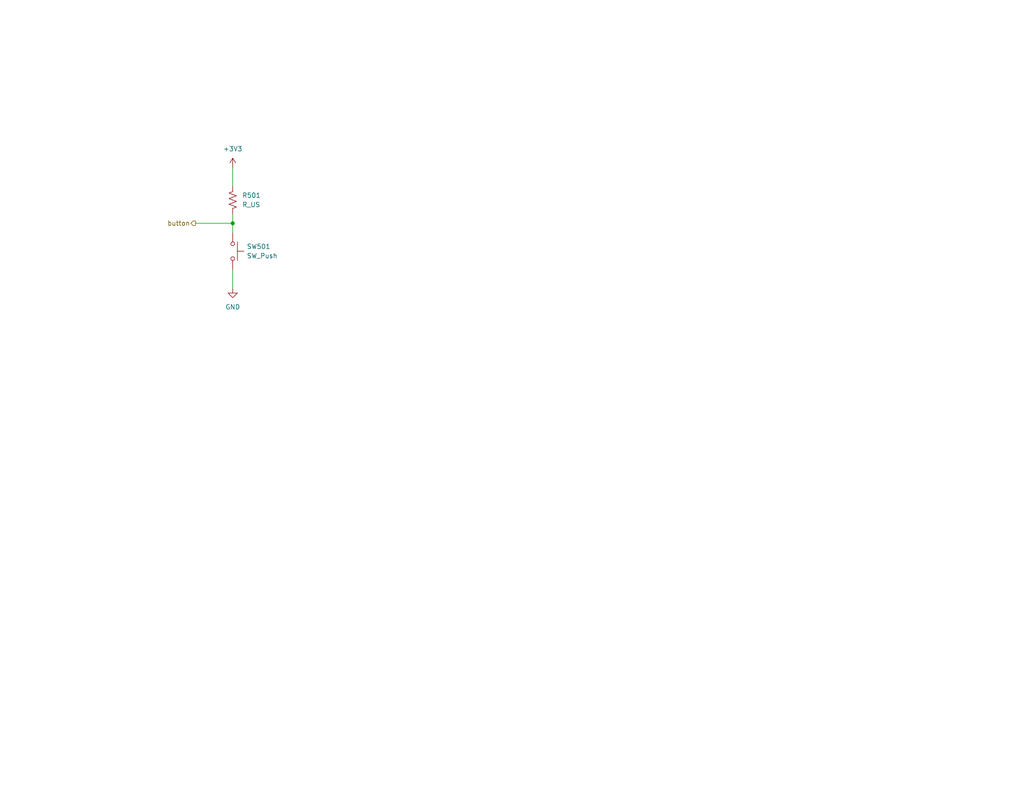
<source format=kicad_sch>
(kicad_sch (version 20250114) (generator "eeschema") (generator_version "9.0")
  (paper "USLetter")
  (lib_symbols
    (symbol "Device:R_US" (pin_numbers (hide yes)) (pin_names (offset 0))
      (property "Reference" "R" (at 2.54 0 90))
      (property "Value" "R_US" (at -2.54 0 90))
      (symbol "R_US_0_1"
        (polyline (pts (xy 0 2.286) (xy 0 2.54)))
        (polyline (pts (xy 0 2.286) (xy 1.016 1.905) (xy 0 1.524) (xy -1.016 1.143) (xy 0 0.762)))
        (polyline (pts (xy 0 0.762) (xy 1.016 0.381) (xy 0 0) (xy -1.016 -0.381) (xy 0 -0.762)))
        (polyline (pts (xy 0 -0.762) (xy 1.016 -1.143) (xy 0 -1.524) (xy -1.016 -1.905) (xy 0 -2.286)))
        (polyline (pts (xy 0 -2.286) (xy 0 -2.54)))
      )
      (symbol "R_US_1_1"
        (pin passive line (at 0 3.81 270) (length 1.27) (name "~") (number "1"))
        (pin passive line (at 0 -3.81 90) (length 1.27) (name "~") (number "2"))
      )
    )
    (symbol "Switch:SW_Push" (pin_numbers (hide yes)) (pin_names (offset 1.016) (hide yes))
      (property "Reference" "SW" (at 1.27 2.54 0))
      (property "Value" "SW_Push" (at 0 -1.524 0))
      (symbol "SW_Push_0_1"
        (circle (center -2.032 0) (radius 0.508))
        (polyline (pts (xy 0 1.27) (xy 0 3.048)))
        (circle (center 2.032 0) (radius 0.508))
        (polyline (pts (xy 2.54 1.27) (xy -2.54 1.27)))
        (pin passive line (at -5.08 0 0) (length 2.54) (name "1") (number "1"))
        (pin passive line (at 5.08 0 180) (length 2.54) (name "2") (number "2"))
      )
    )
    (symbol "power:+3V3" (power) (pin_numbers (hide yes)) (pin_names (offset 0) (hide yes))
      (property "Value" "+3V3" (at 0 3.556 0))
      (symbol "+3V3_0_1"
        (polyline (pts (xy -0.762 1.27) (xy 0 2.54)))
        (polyline (pts (xy 0 2.54) (xy 0.762 1.27)))
        (polyline (pts (xy 0 0) (xy 0 2.54)))
      )
      (symbol "+3V3_1_1"
        (pin power_in line (at 0 0 90) (length 0) (name "~") (number "1"))
      )
    )
    (symbol "power:GND" (power) (pin_numbers (hide yes)) (pin_names (offset 0) (hide yes))
      (property "Value" "GND" (at 0 -3.81 0))
      (symbol "GND_0_1"
        (polyline (pts (xy 0 0) (xy 0 -1.27) (xy 1.27 -1.27) (xy 0 -2.54) (xy -1.27 -1.27) (xy 0 -1.27)))
      )
      (symbol "GND_1_1"
        (pin power_in line (at 0 0 270) (length 0) (name "~") (number "1"))
      )
    )
  )
  (junction (at 63.5 60.96))
  (wire (pts (xy 63.5 60.96) (xy 63.5 63.5)))
  (wire (pts (xy 63.5 45.72) (xy 63.5 50.8)))
  (wire (pts (xy 53.34 60.96) (xy 63.5 60.96)))
  (wire (pts (xy 63.5 73.66) (xy 63.5 78.74)))
  (wire (pts (xy 63.5 58.42) (xy 63.5 60.96)))
  (hierarchical_label "button" (shape output) (at 53.34 60.96 180))
  (symbol (lib_id "power:+3V3") (at 63.5 45.72 0) (unit 1)
    (property "Reference" "#PWR0301" (effects (hide yes)))
    (property "Value" "+3V3" (at 63.5 40.64 0))
    (property "Description" "Power symbol creates a global label with name \"+3V3\"" (effects (hide yes)))
    (instances (project "maguro" (path "" (reference "#PWR0501") (unit 1)) (path "" (reference "#PWR0401") (unit 1)) (path "" (reference "#PWR0301") (unit 1)) (path "" (reference "#PWR0601") (unit 1)) (path "" (reference "#PWR01401") (unit 1)) (path "" (reference "#PWR01301") (unit 1)) (path "" (reference "#PWR01101") (unit 1)) (path "" (reference "#PWR0901") (unit 1)) (path "" (reference "#PWR0801") (unit 1)) (path "" (reference "#PWR01001") (unit 1))))
  )
  (symbol (lib_id "Switch:SW_Push") (at 63.5 68.58 270) (unit 1)
    (property "Reference" "SW301" (at 67.31 67.3099 90) (effects (justify left)))
    (property "Value" "SW_Push" (at 67.31 69.8499 90) (effects (justify left)))
    (property "Footprint" "Button_Switch_THT:SW_PUSH_6mm_H8mm" (effects (hide yes)))
    (property "Description" "Push button switch, generic, two pins" (effects (hide yes)))
    (instances (project "maguro" (path "" (reference "SW501") (unit 1)) (path "" (reference "SW401") (unit 1)) (path "" (reference "SW301") (unit 1)) (path "" (reference "SW601") (unit 1)) (path "" (reference "SW1401") (unit 1)) (path "" (reference "SW1301") (unit 1)) (path "" (reference "SW1101") (unit 1)) (path "" (reference "SW901") (unit 1)) (path "" (reference "SW801") (unit 1)) (path "" (reference "SW1001") (unit 1))))
  )
  (symbol (lib_id "Device:R_US") (at 63.5 54.61 0) (mirror y) (unit 1)
    (property "Reference" "R301" (at 66.04 53.3399 0) (effects (justify right)))
    (property "Value" "R_US" (at 66.04 55.8799 0) (effects (justify right)))
    (property "Footprint" "Resistor_SMD:R_0805_2012Metric_Pad1.20x1.40mm_HandSolder" (effects (hide yes)))
    (property "Description" "Resistor, US symbol" (effects (hide yes)))
    (instances (project "maguro" (path "" (reference "R501") (unit 1)) (path "" (reference "R401") (unit 1)) (path "" (reference "R301") (unit 1)) (path "" (reference "R601") (unit 1)) (path "" (reference "R1401") (unit 1)) (path "" (reference "R1301") (unit 1)) (path "" (reference "R1101") (unit 1)) (path "" (reference "R901") (unit 1)) (path "" (reference "R801") (unit 1)) (path "" (reference "R1001") (unit 1))))
  )
  (symbol (lib_id "power:GND") (at 63.5 78.74 0) (unit 1)
    (property "Reference" "#PWR0302" (effects (hide yes)))
    (property "Value" "GND" (at 63.5 83.82 0))
    (property "Description" "Power symbol creates a global label with name \"GND\" , ground" (effects (hide yes)))
    (instances (project "maguro" (path "" (reference "#PWR0502") (unit 1)) (path "" (reference "#PWR0402") (unit 1)) (path "" (reference "#PWR0302") (unit 1)) (path "" (reference "#PWR0602") (unit 1)) (path "" (reference "#PWR01402") (unit 1)) (path "" (reference "#PWR01302") (unit 1)) (path "" (reference "#PWR01102") (unit 1)) (path "" (reference "#PWR0902") (unit 1)) (path "" (reference "#PWR0802") (unit 1)) (path "" (reference "#PWR01002") (unit 1))))
  )
)
</source>
